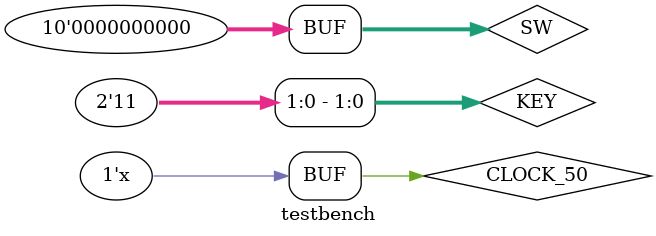
<source format=v>
`timescale 1ns / 1ps

module testbench ( );

    parameter CLOCK_PERIOD = 10;

    reg [9:0] SW;
    reg [3:0] KEY;
    reg CLOCK_50;
    wire [18:0] out_note;

    initial begin
        CLOCK_50 <= 1'b0;
    end 

    always @ (*)
    begin : Clock_Generator
        #((CLOCK_PERIOD) / 2) CLOCK_50 <= ~CLOCK_50;
    end
    
    // Reset sequence
    initial begin
        KEY[0] <= 1'b0;  // Assert reset
        #100 KEY[0] <= 1'b1;  // Release reset after 100ns
    end

    // Test stimulus for song player
    initial begin
        // Initialize
        SW <= 10'b0; 
        KEY[1] <= 1'b1;  // Start with KEY[1] released
        
        // Wait for reset to complete
        #200;
        
        // Press KEY[1] to start song
        KEY[1] <= 1'b0;
        #100;
        KEY[1] <= 1'b1;
        
        // Let song play for a while
        #5000;
        
        // Press KEY[1] again to stop song
        KEY[1] <= 1'b0;
        #100;
        KEY[1] <= 1'b1;
        
        // Wait a bit
        #1000;
        
        // Press KEY[1] again to restart song
        KEY[1] <= 1'b0;
        #100;
        KEY[1] <= 1'b1;
        
        // Let it play some more
        #5000;
    end
    
    song_player U1 (
        .CLOCK_50(CLOCK_50),
        .SW(SW),
        .KEY(KEY),
        .out_note(out_note)
    );

endmodule
</source>
